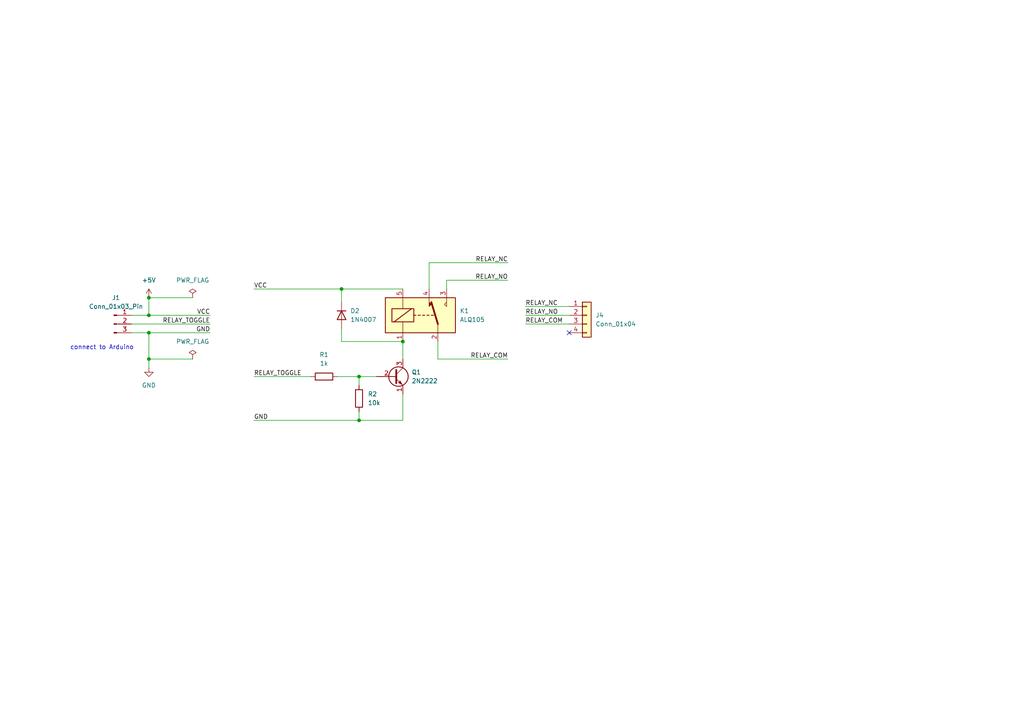
<source format=kicad_sch>
(kicad_sch (version 20230121) (generator eeschema)
  (paper "A4")
  (lib_symbols
    (symbol "Connector:Conn_01x03_Pin" (pin_names (offset 1.016) hide)
      (property "Reference" "J" (at 0 5.08 0))
      (property "Value" "Conn_01x03_Pin" (at 0 -5.08 0))
      (symbol "Conn_01x03_Pin_1_1"
        (polyline (pts (xy 1.27 -2.54) (xy 0.8636 -2.54)) (stroke (width 0.1524)))
        (polyline (pts (xy 1.27 0) (xy 0.8636 0)) (stroke (width 0.1524)))
        (polyline (pts (xy 1.27 2.54) (xy 0.8636 2.54)) (stroke (width 0.1524)))
        (rectangle (start 0.8636 -2.413) (end 0 -2.667) (stroke (width 0.1524)) (fill (type outline)))
        (rectangle (start 0.8636 0.127) (end 0 -0.127) (stroke (width 0.1524)) (fill (type outline)))
        (rectangle (start 0.8636 2.667) (end 0 2.413) (stroke (width 0.1524)) (fill (type outline)))
        (pin passive line (at 5.08 2.54 180) (length 3.81) (name "Pin_1") (number "1"))
        (pin passive line (at 5.08 0 180) (length 3.81) (name "Pin_2") (number "2"))
        (pin passive line (at 5.08 -2.54 180) (length 3.81) (name "Pin_3") (number "3"))
      )
    )
    (symbol "Connector_Generic:Conn_01x04" (pin_names (offset 1.016) hide)
      (property "Reference" "J" (at 0 5.08 0))
      (property "Value" "Conn_01x04" (at 0 -7.62 0))
      (symbol "Conn_01x04_1_1"
        (rectangle (start -1.27 -4.953) (end 0 -5.207) (stroke (width 0.1524)))
        (rectangle (start -1.27 -2.413) (end 0 -2.667) (stroke (width 0.1524)))
        (rectangle (start -1.27 0.127) (end 0 -0.127) (stroke (width 0.1524)))
        (rectangle (start -1.27 2.667) (end 0 2.413) (stroke (width 0.1524)))
        (rectangle (start -1.27 3.81) (end 1.27 -6.35) (stroke (width 0.254)) (fill (type background)))
        (pin passive line (at -5.08 2.54 0) (length 3.81) (name "Pin_1") (number "1"))
        (pin passive line (at -5.08 0 0) (length 3.81) (name "Pin_2") (number "2"))
        (pin passive line (at -5.08 -2.54 0) (length 3.81) (name "Pin_3") (number "3"))
        (pin passive line (at -5.08 -5.08 0) (length 3.81) (name "Pin_4") (number "4"))
      )
    )
    (symbol "Device:R" (pin_numbers hide) (pin_names (offset 0))
      (property "Reference" "R" (at 2.032 0 90))
      (property "Value" "R" (at 0 0 90))
      (symbol "R_0_1"
        (rectangle (start -1.016 -2.54) (end 1.016 2.54) (stroke (width 0.254)))
      )
      (symbol "R_1_1"
        (pin passive line (at 0 3.81 270) (length 1.27) (name "~") (number "1"))
        (pin passive line (at 0 -3.81 90) (length 1.27) (name "~") (number "2"))
      )
    )
    (symbol "Diode:1N4007" (pin_numbers hide) (pin_names hide)
      (property "Reference" "D" (at 0 2.54 0))
      (property "Value" "1N4007" (at 0 -2.54 0))
      (symbol "1N4007_0_1"
        (polyline (pts (xy -1.27 1.27) (xy -1.27 -1.27)) (stroke (width 0.254)))
        (polyline (pts (xy 1.27 0) (xy -1.27 0)))
        (polyline (pts (xy 1.27 1.27) (xy 1.27 -1.27) (xy -1.27 0) (xy 1.27 1.27)) (stroke (width 0.254)))
      )
      (symbol "1N4007_1_1"
        (pin passive line (at -3.81 0 0) (length 2.54) (name "K") (number "1"))
        (pin passive line (at 3.81 0 180) (length 2.54) (name "A") (number "2"))
      )
    )
    (symbol "Relay:G5Q-1"
      (property "Reference" "K" (at 11.43 3.81 0))
      (property "Value" "G5Q-1" (at 11.43 1.27 0))
      (symbol "G5Q-1_0_0"
        (polyline (pts (xy 7.62 5.08) (xy 7.62 2.54) (xy 6.985 3.175) (xy 7.62 3.81)))
      )
      (symbol "G5Q-1_0_1"
        (rectangle (start -10.16 5.08) (end 10.16 -5.08) (stroke (width 0.254)) (fill (type background)))
        (rectangle (start -8.255 1.905) (end -1.905 -1.905) (stroke (width 0.254)))
        (polyline (pts (xy -7.62 -1.905) (xy -2.54 1.905)) (stroke (width 0.254)))
        (polyline (pts (xy -5.08 -5.08) (xy -5.08 -1.905)))
        (polyline (pts (xy -5.08 5.08) (xy -5.08 1.905)))
        (polyline (pts (xy -1.905 0) (xy -1.27 0)) (stroke (width 0.254)))
        (polyline (pts (xy -0.635 0) (xy 0 0)) (stroke (width 0.254)))
        (polyline (pts (xy 0.635 0) (xy 1.27 0)) (stroke (width 0.254)))
        (polyline (pts (xy 1.905 0) (xy 2.54 0)) (stroke (width 0.254)))
        (polyline (pts (xy 3.175 0) (xy 3.81 0)) (stroke (width 0.254)))
        (polyline (pts (xy 5.08 -2.54) (xy 3.175 3.81)) (stroke (width 0.508)))
        (polyline (pts (xy 5.08 -2.54) (xy 5.08 -5.08)))
        (polyline (pts (xy 2.54 5.08) (xy 2.54 2.54) (xy 3.175 3.175) (xy 2.54 3.81)) (fill (type outline)))
      )
      (symbol "G5Q-1_1_1"
        (pin passive line (at -5.08 -7.62 90) (length 2.54) (name "~") (number "1"))
        (pin passive line (at 5.08 -7.62 90) (length 2.54) (name "~") (number "2"))
        (pin passive line (at 7.62 7.62 270) (length 2.54) (name "~") (number "3"))
        (pin passive line (at 2.54 7.62 270) (length 2.54) (name "~") (number "4"))
        (pin passive line (at -5.08 7.62 270) (length 2.54) (name "~") (number "5"))
      )
    )
    (symbol "Transistor_BJT:2N3904" (pin_names (offset 0) hide)
      (property "Reference" "Q" (at 5.08 1.905 0))
      (property "Value" "2N3904" (at 5.08 0 0))
      (symbol "2N3904_0_1"
        (polyline (pts (xy 0.635 0.635) (xy 2.54 2.54)))
        (polyline (pts (xy 0.635 -0.635) (xy 2.54 -2.54) (xy 2.54 -2.54)))
        (polyline (pts (xy 0.635 1.905) (xy 0.635 -1.905) (xy 0.635 -1.905)) (stroke (width 0.508)))
        (polyline (pts (xy 1.27 -1.778) (xy 1.778 -1.27) (xy 2.286 -2.286) (xy 1.27 -1.778) (xy 1.27 -1.778)) (fill (type outline)))
        (circle (center 1.27 0) (radius 2.8194) (stroke (width 0.254)))
      )
      (symbol "2N3904_1_1"
        (pin passive line (at 2.54 -5.08 90) (length 2.54) (name "E") (number "1"))
        (pin passive line (at -5.08 0 0) (length 5.715) (name "B") (number "2"))
        (pin passive line (at 2.54 5.08 270) (length 2.54) (name "C") (number "3"))
      )
    )
    (symbol "power:+5V" (power) (pin_names (offset 0))
      (property "Value" "+5V" (at 0 3.556 0))
      (symbol "+5V_0_1"
        (polyline (pts (xy -0.762 1.27) (xy 0 2.54)))
        (polyline (pts (xy 0 0) (xy 0 2.54)))
        (polyline (pts (xy 0 2.54) (xy 0.762 1.27)))
      )
      (symbol "+5V_1_1"
        (pin power_in line (at 0 0 90) (length 0) hide (name "+5V") (number "1"))
      )
    )
    (symbol "power:GND" (power) (pin_names (offset 0))
      (property "Value" "GND" (at 0 -3.81 0))
      (symbol "GND_0_1"
        (polyline (pts (xy 0 0) (xy 0 -1.27) (xy 1.27 -1.27) (xy 0 -2.54) (xy -1.27 -1.27) (xy 0 -1.27)))
      )
      (symbol "GND_1_1"
        (pin power_in line (at 0 0 270) (length 0) hide (name "GND") (number "1"))
      )
    )
    (symbol "power:PWR_FLAG" (power) (pin_numbers hide) (pin_names (offset 0) hide)
      (property "Value" "PWR_FLAG" (at 0 3.81 0))
      (symbol "PWR_FLAG_0_0"
        (pin power_out line (at 0 0 90) (length 0) (name "pwr") (number "1"))
      )
      (symbol "PWR_FLAG_0_1"
        (polyline (pts (xy 0 0) (xy 0 1.27) (xy -1.016 1.905) (xy 0 2.54) (xy 1.016 1.905) (xy 0 1.27)))
      )
    )
  )
  (junction (at 116.84 99.06))
  (junction (at 43.18 91.44))
  (junction (at 104.14 121.92))
  (junction (at 43.18 86.36))
  (junction (at 43.18 96.52))
  (junction (at 104.14 109.22))
  (junction (at 99.06 83.82))
  (junction (at 43.18 104.14))
  (no_connect (at 165.1 96.52))
  (wire (pts (xy 129.54 83.82) (xy 129.54 81.28)))
  (wire (pts (xy 104.14 119.38) (xy 104.14 121.92)))
  (wire (pts (xy 60.96 91.44) (xy 43.18 91.44)))
  (wire (pts (xy 124.46 76.2) (xy 147.32 76.2)))
  (wire (pts (xy 43.18 104.14) (xy 55.88 104.14)))
  (wire (pts (xy 152.4 88.9) (xy 165.1 88.9)))
  (wire (pts (xy 104.14 121.92) (xy 116.84 121.92)))
  (wire (pts (xy 124.46 76.2) (xy 124.46 83.82)))
  (wire (pts (xy 127 104.14) (xy 127 99.06)))
  (wire (pts (xy 38.1 91.44) (xy 43.18 91.44)))
  (wire (pts (xy 104.14 109.22) (xy 104.14 111.76)))
  (wire (pts (xy 38.1 93.98) (xy 60.96 93.98)))
  (wire (pts (xy 152.4 93.98) (xy 165.1 93.98)))
  (wire (pts (xy 129.54 81.28) (xy 147.32 81.28)))
  (wire (pts (xy 99.06 83.82) (xy 116.84 83.82)))
  (wire (pts (xy 73.66 83.82) (xy 99.06 83.82)))
  (wire (pts (xy 43.18 104.14) (xy 43.18 106.68)))
  (wire (pts (xy 73.66 109.22) (xy 90.17 109.22)))
  (wire (pts (xy 60.96 96.52) (xy 43.18 96.52)))
  (wire (pts (xy 43.18 86.36) (xy 55.88 86.36)))
  (wire (pts (xy 73.66 121.92) (xy 104.14 121.92)))
  (wire (pts (xy 97.79 109.22) (xy 104.14 109.22)))
  (wire (pts (xy 38.1 96.52) (xy 43.18 96.52)))
  (wire (pts (xy 43.18 96.52) (xy 43.18 104.14)))
  (wire (pts (xy 104.14 109.22) (xy 109.22 109.22)))
  (wire (pts (xy 116.84 114.3) (xy 116.84 121.92)))
  (wire (pts (xy 152.4 91.44) (xy 165.1 91.44)))
  (wire (pts (xy 127 104.14) (xy 147.32 104.14)))
  (wire (pts (xy 116.84 99.06) (xy 116.84 104.14)))
  (wire (pts (xy 99.06 95.25) (xy 99.06 99.06)))
  (wire (pts (xy 99.06 87.63) (xy 99.06 83.82)))
  (wire (pts (xy 43.18 91.44) (xy 43.18 86.36)))
  (wire (pts (xy 99.06 99.06) (xy 116.84 99.06)))
  (text "connect to Arduino" (at 20.32 101.6 0) (effects (font (size 1.27 1.27)) (justify left bottom)))
  (label "RELAY_TOGGLE" (at 73.66 109.22 0))
  (label "RELAY_NC" (at 152.4 88.9 0))
  (label "RELAY_COM" (at 152.4 93.98 0))
  (label "RELAY_NO" (at 152.4 91.44 0))
  (label "VCC" (at 73.66 83.82 0))
  (label "RELAY_TOGGLE" (at 60.96 93.98 180))
  (label "RELAY_NC" (at 147.32 76.2 180))
  (label "RELAY_NO" (at 147.32 81.28 180))
  (label "RELAY_COM" (at 147.32 104.14 180))
  (label "VCC" (at 60.96 91.44 180))
  (label "GND" (at 73.66 121.92 0))
  (label "GND" (at 60.96 96.52 180))
  (symbol (lib_id "Diode:1N4007") (at 99.06 91.44 270) (unit 1)
    (property "Reference" "D2" (at 101.6 90.17 90) (effects (justify left)))
    (property "Value" "1N4007" (at 101.6 92.71 90) (effects (justify left)))
    (property "Footprint" "Diode_THT:D_DO-41_SOD81_P10.16mm_Horizontal" (effects hide))
    (property "Datasheet" "http://www.vishay.com/docs/88503/1n4001.pdf" (effects hide))
    (property "Sim.Device" "D" (effects hide))
    (property "Sim.Pins" "1=K 2=A" (effects hide))
  )
  (symbol (lib_id "power:+5V") (at 43.18 86.36 0) (unit 1)
    (property "Reference" "#PWR03" (effects hide))
    (property "Value" "+5V" (at 43.18 81.28 0))
  )
  (symbol (lib_id "power:PWR_FLAG") (at 55.88 104.14 0) (unit 1)
    (property "Reference" "#FLG02" (effects hide))
    (property "Value" "PWR_FLAG" (at 55.88 99.06 0))
  )
  (symbol (lib_id "power:GND") (at 43.18 106.68 0) (unit 1)
    (property "Reference" "#PWR04" (effects hide))
    (property "Value" "GND" (at 43.18 111.76 0))
  )
  (symbol (lib_id "Transistor_BJT:2N3904") (at 114.3 109.22 0) (unit 1)
    (property "Reference" "Q1" (at 119.38 107.95 0) (effects (justify left)))
    (property "Value" "2N2222" (at 119.38 110.49 0) (effects (justify left)))
    (property "Footprint" "Package_TO_SOT_THT:TO-92L_Inline_Wide" (effects hide))
    (property "Datasheet" "https://www.onsemi.com/pub/Collateral/2N3903-D.PDF" (effects hide))
  )
  (symbol (lib_id "Connector_Generic:Conn_01x04") (at 170.18 91.44 0) (unit 1)
    (property "Reference" "J4" (at 172.72 91.44 0) (effects (justify left)))
    (property "Value" "Conn_01x04" (at 172.72 93.98 0) (effects (justify left)))
    (property "Footprint" "TerminalBlock:ML-250" (effects hide))
  )
  (symbol (lib_id "power:PWR_FLAG") (at 55.88 86.36 0) (unit 1)
    (property "Reference" "#FLG01" (effects hide))
    (property "Value" "PWR_FLAG" (at 55.88 81.28 0))
  )
  (symbol (lib_id "Relay:G5Q-1") (at 121.92 91.44 0) (unit 1)
    (property "Reference" "K1" (at 133.35 90.17 0) (effects (justify left)))
    (property "Value" "ALQ105" (at 133.35 92.71 0) (effects (justify left)))
    (property "Footprint" "Relay_THT:Relay_SPDT_Omron-G5Q-1" (effects hide))
    (property "Datasheet" "https://www.omron.com/ecb/products/pdf/en-g5q.pdf" (effects hide))
  )
  (symbol (lib_id "Device:R") (at 93.98 109.22 90) (unit 1)
    (property "Reference" "R1" (at 93.98 102.87 90))
    (property "Value" "1k" (at 93.98 105.41 90))
    (property "Footprint" "Resistor_THT:R_Axial_DIN0207_L6.3mm_D2.5mm_P10.16mm_Horizontal" (effects hide))
  )
  (symbol (lib_id "Connector:Conn_01x03_Pin") (at 33.02 93.98 0) (unit 1)
    (property "Reference" "J1" (at 33.655 86.36 0))
    (property "Value" "Conn_01x03_Pin" (at 33.655 88.9 0))
    (property "Footprint" "Connector_PinHeader_2.54mm:PinHeader_1x03_P2.54mm_Vertical" (effects hide))
  )
  (symbol (lib_id "Device:R") (at 104.14 115.57 180) (unit 1)
    (property "Reference" "R2" (at 106.68 114.3 0) (effects (justify right)))
    (property "Value" "10k" (at 106.68 116.84 0) (effects (justify right)))
    (property "Footprint" "Resistor_THT:R_Axial_DIN0207_L6.3mm_D2.5mm_P10.16mm_Horizontal" (effects hide))
  )
)
</source>
